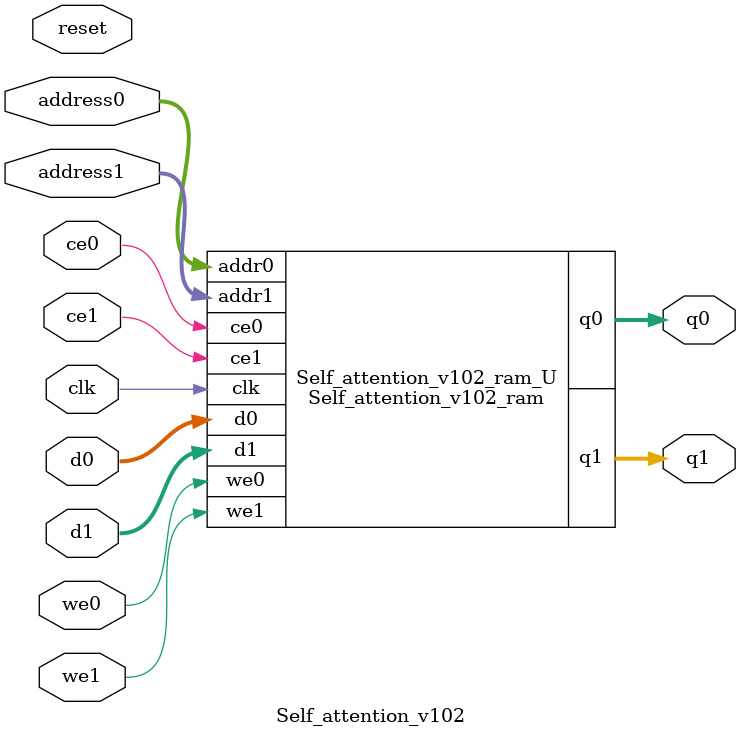
<source format=v>
`timescale 1 ns / 1 ps
module Self_attention_v102_ram (addr0, ce0, d0, we0, q0, addr1, ce1, d1, we1, q1,  clk);

parameter DWIDTH = 24;
parameter AWIDTH = 10;
parameter MEM_SIZE = 768;

input[AWIDTH-1:0] addr0;
input ce0;
input[DWIDTH-1:0] d0;
input we0;
output reg[DWIDTH-1:0] q0;
input[AWIDTH-1:0] addr1;
input ce1;
input[DWIDTH-1:0] d1;
input we1;
output reg[DWIDTH-1:0] q1;
input clk;

(* ram_style = "block" *)reg [DWIDTH-1:0] ram[0:MEM_SIZE-1];




always @(posedge clk)  
begin 
    if (ce0) begin
        if (we0) 
            ram[addr0] <= d0; 
        q0 <= ram[addr0];
    end
end


always @(posedge clk)  
begin 
    if (ce1) begin
        if (we1) 
            ram[addr1] <= d1; 
        q1 <= ram[addr1];
    end
end


endmodule

`timescale 1 ns / 1 ps
module Self_attention_v102(
    reset,
    clk,
    address0,
    ce0,
    we0,
    d0,
    q0,
    address1,
    ce1,
    we1,
    d1,
    q1);

parameter DataWidth = 32'd24;
parameter AddressRange = 32'd768;
parameter AddressWidth = 32'd10;
input reset;
input clk;
input[AddressWidth - 1:0] address0;
input ce0;
input we0;
input[DataWidth - 1:0] d0;
output[DataWidth - 1:0] q0;
input[AddressWidth - 1:0] address1;
input ce1;
input we1;
input[DataWidth - 1:0] d1;
output[DataWidth - 1:0] q1;



Self_attention_v102_ram Self_attention_v102_ram_U(
    .clk( clk ),
    .addr0( address0 ),
    .ce0( ce0 ),
    .we0( we0 ),
    .d0( d0 ),
    .q0( q0 ),
    .addr1( address1 ),
    .ce1( ce1 ),
    .we1( we1 ),
    .d1( d1 ),
    .q1( q1 ));

endmodule


</source>
